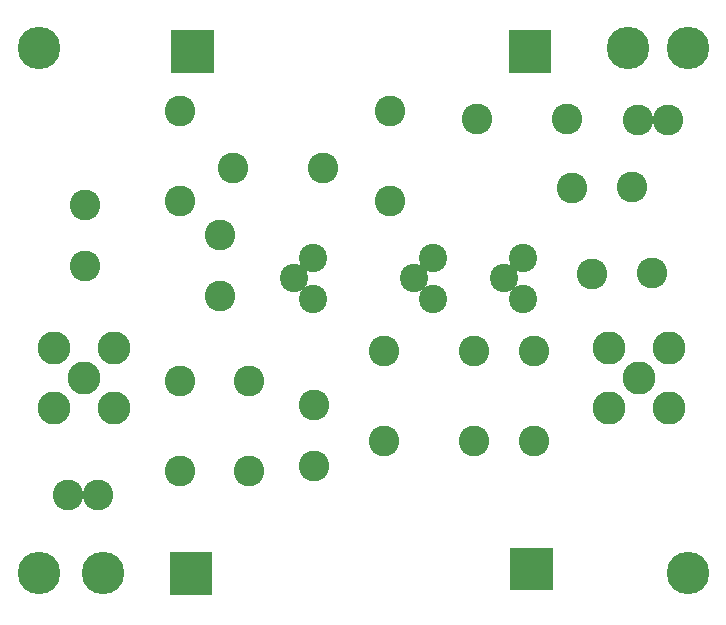
<source format=gbr>
%FSLAX34Y34*%
%MOMM*%
%LNSOLDERMASK_BOTTOM*%
G71*
G01*
%ADD10C,2.600*%
%ADD11C,2.400*%
%ADD12C,2.800*%
%ADD13C,2.600*%
%ADD14C,3.600*%
%LPD*%
X144829Y341175D02*
G54D10*
D03*
X144879Y417425D02*
G54D10*
D03*
X63836Y337775D02*
G54D10*
D03*
X63948Y286794D02*
G54D10*
D03*
X178135Y312375D02*
G54D10*
D03*
X178248Y261394D02*
G54D10*
D03*
X144845Y112575D02*
G54D10*
D03*
X144895Y188825D02*
G54D10*
D03*
X265566Y369189D02*
G54D10*
D03*
X189316Y369239D02*
G54D10*
D03*
X203225Y188825D02*
G54D10*
D03*
X203175Y112575D02*
G54D10*
D03*
X322629Y341174D02*
G54D10*
D03*
X322678Y417424D02*
G54D10*
D03*
X257889Y117607D02*
G54D10*
D03*
X257777Y168588D02*
G54D10*
D03*
X317525Y214225D02*
G54D10*
D03*
X317475Y137975D02*
G54D10*
D03*
X393725Y214225D02*
G54D10*
D03*
X393675Y137975D02*
G54D10*
D03*
X444525Y214225D02*
G54D10*
D03*
X444475Y137975D02*
G54D10*
D03*
X543997Y280269D02*
G54D10*
D03*
X493016Y280157D02*
G54D10*
D03*
X472542Y410993D02*
G54D10*
D03*
X396292Y411043D02*
G54D10*
D03*
X531975Y410475D02*
G54D10*
D03*
X557475Y410475D02*
G54D10*
D03*
X49375Y92975D02*
G54D10*
D03*
X74875Y92975D02*
G54D10*
D03*
X257200Y293600D02*
G54D11*
D03*
X241300Y276025D02*
G54D11*
D03*
X257235Y258409D02*
G54D11*
D03*
X358800Y293600D02*
G54D11*
D03*
X342900Y276025D02*
G54D11*
D03*
X358835Y258409D02*
G54D11*
D03*
X435000Y293600D02*
G54D11*
D03*
X419100Y276025D02*
G54D11*
D03*
X435035Y258409D02*
G54D11*
D03*
X38100Y217500D02*
G54D12*
D03*
X88900Y217500D02*
G54D12*
D03*
X63500Y192100D02*
G54D12*
D03*
X88900Y166700D02*
G54D12*
D03*
X38100Y166700D02*
G54D12*
D03*
X508000Y217500D02*
G54D12*
D03*
X558800Y217500D02*
G54D12*
D03*
X533400Y192100D02*
G54D12*
D03*
X558800Y166700D02*
G54D12*
D03*
X508000Y166700D02*
G54D12*
D03*
X476226Y352909D02*
G54D10*
D03*
X527206Y353022D02*
G54D10*
D03*
X144845Y112575D02*
G54D13*
D03*
X203175Y112575D02*
G54D13*
D03*
X317475Y137975D02*
G54D13*
D03*
X393675Y137975D02*
G54D13*
D03*
X144845Y112575D02*
G54D13*
D03*
X203175Y112575D02*
G54D13*
D03*
X317475Y137975D02*
G54D13*
D03*
X393675Y137975D02*
G54D13*
D03*
G36*
X136973Y486148D02*
X172973Y486148D01*
X172973Y450148D01*
X136973Y450148D01*
X136973Y486148D01*
G37*
G36*
X422723Y486148D02*
X458723Y486148D01*
X458723Y450148D01*
X422723Y450148D01*
X422723Y486148D01*
G37*
G36*
X135703Y44188D02*
X171703Y44188D01*
X171703Y8188D01*
X135703Y8188D01*
X135703Y44188D01*
G37*
G36*
X423993Y47998D02*
X459993Y47998D01*
X459993Y11998D01*
X423993Y11998D01*
X423993Y47998D01*
G37*
X24790Y471400D02*
G54D14*
D03*
X24790Y26900D02*
G54D14*
D03*
X574700Y26900D02*
G54D14*
D03*
X574700Y471400D02*
G54D14*
D03*
X523900Y471400D02*
G54D14*
D03*
X79400Y26900D02*
G54D14*
D03*
M02*

</source>
